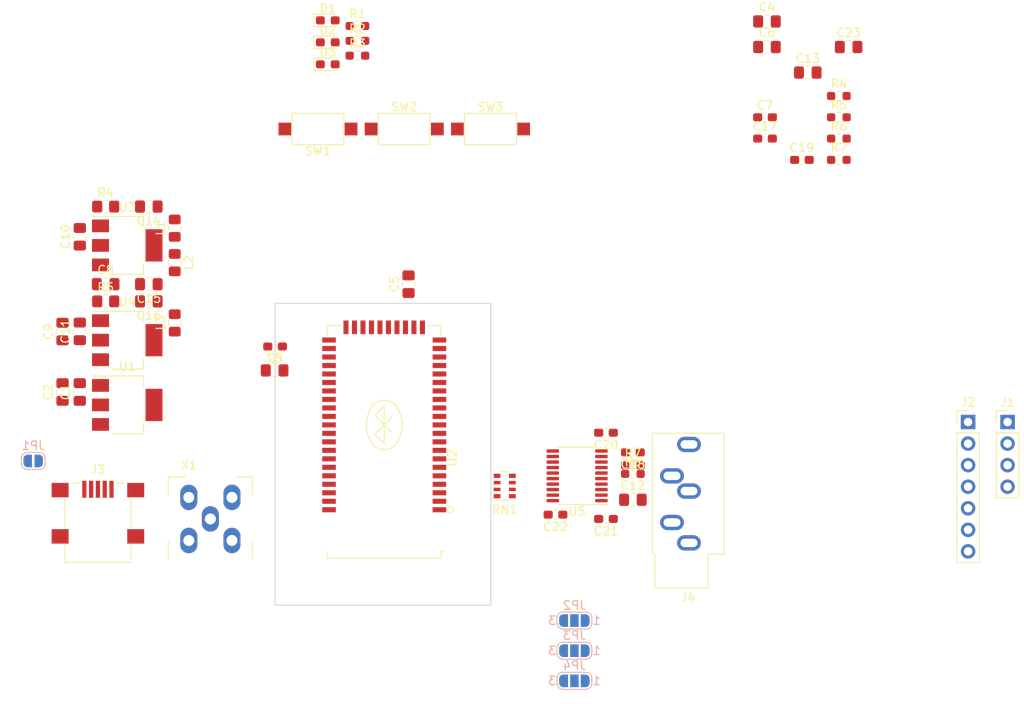
<source format=kicad_pcb>
(kicad_pcb (version 20221018) (generator pcbnew)
  (layers (0 "F.Cu" signal) (31 "B.Cu" signal) (34 "B.Paste" user) (35 "F.Paste" user) (36 "B.SilkS" user "B.Silkscreen") (37 "F.SilkS" user "F.Silkscreen") (38 "B.Mask" user) (39 "F.Mask" user) (44 "Edge.Cuts" user))
  (net 0 "")
  (net 1 "+3.3VP")
  (net 2 "GND")
  (net 3 "Net-(U2-VDD_USB{slash}3.3V_OUT)")
  (net 4 "/1.8V")
  (net 5 "/BT_3.3V")
  (net 6 "GNDD")
  (net 7 "+5VD")
  (net 8 "GNDA")
  (net 9 "Net-(U3-VO)")
  (net 10 "Net-(U4-VO)")
  (net 11 "Net-(U5-CAPP)")
  (net 12 "Net-(U5-CAPM)")
  (net 13 "Net-(U5-VNEG)")
  (net 14 "VDDA")
  (net 15 "VD")
  (net 16 "VDD")
  (net 17 "Net-(U5-LDOO)")
  (net 18 "/BT_mute")
  (net 19 "Net-(C18-Pad1)")
  (net 20 "Net-(D1-A)")
  (net 21 "Net-(D2-A)")
  (net 22 "Net-(D3-A)")
  (net 23 "/USB_DN")
  (net 24 "/USB_DP")
  (net 25 "Net-(C19-Pad1)")
  (net 29 "Net-(JP2-C)")
  (net 30 "Net-(JP3-C)")
  (net 31 "/BT_LED0")
  (net 32 "/BT_LED1")
  (net 33 "/BT_LED2")
  (net 34 "/LRCK")
  (net 35 "Net-(U5-LRCK)")
  (net 36 "/DIN")
  (net 37 "Net-(U5-DIN)")
  (net 38 "/BCK")
  (net 39 "Net-(U5-BCK)")
  (net 40 "/SCK")
  (net 41 "Net-(U5-SCK)")
  (net 42 "Net-(U5-OUTL)")
  (net 43 "Net-(U5-OUTR)")
  (net 44 "/BT_next")
  (net 45 "/BT_back")
  (net 49 "Net-(JP4-C)")
  (net 51 "/SPI_CSB")
  (net 52 "/SPI_MOSI")
  (net 53 "/SPI_MISO")
  (net 54 "BT_Tx")
  (net 55 "BT_RX")
  (net 56 "/SPI_CLK")
  (net 60 "/SPI_ENABLE")
  (net 65 "BT_CTRL")
  (net 66 "Net-(JP1-B)")
  (net 76 "Net-(U2-RF_OUT)")
  (net 77 "Net-(RN1-R1.1)")
  (net 78 "Net-(RN1-R2.1)")
  (net 79 "Net-(RN1-R3.1)")
  (net 80 "Net-(RN1-R4.1)")
  (footprint "Resistor_SMD:R_0603_1608Metric_Pad0.98x0.95mm_HandSolder" (layer "F.Cu") (at 204.085 84.44)
    (fp_text reference "R6" (at 0 -1.43) (layer "F.SilkS"))
    (fp_text value "22")
    (pad "1" smd roundrect (at -0.9125 0) (size 0.975 0.95) (layers "F.Cu" "F.Paste" "F.Mask") (net 38 "/BCK"))
    (pad "2" smd roundrect (at 0.9125 0) (size 0.975 0.95) (layers "F.Cu" "F.Paste" "F.Mask") (net 39 "Net-(U5-BCK)"))
  )
  (footprint "Resistor_SMD:R_0603_1608Metric_Pad0.98x0.95mm_HandSolder" (layer "F.Cu") (at 204.085 79.42)
    (fp_text reference "R4" (at 0 -1.43) (layer "F.SilkS"))
    (fp_text value "22")
    (pad "1" smd roundrect (at -0.9125 0) (size 0.975 0.95) (layers "F.Cu" "F.Paste" "F.Mask") (net 34 "/LRCK"))
    (pad "2" smd roundrect (at 0.9125 0) (size 0.975 0.95) (layers "F.Cu" "F.Paste" "F.Mask") (net 35 "Net-(U5-LRCK)"))
  )
  (footprint "Connector_PinHeader_2.54mm:PinHeader_1x04_P2.54mm_Vertical" (layer "F.Cu") (at 223.95 117.84)
    (fp_text reference "J1" (at 0 -2.33) (layer "F.SilkS"))
    (fp_text value "UART")
    (pad "1" thru_hole rect (at 0 0) (size 1.7 1.7) (drill 1) (layers "*.Cu" "*.Mask") (net 7 "+5VD"))
    (pad "2" thru_hole oval (at 0 2.54) (size 1.7 1.7) (drill 1) (layers "*.Cu" "*.Mask") (net 55 "BT_RX"))
    (pad "3" thru_hole oval (at 0 5.08) (size 1.7 1.7) (drill 1) (layers "*.Cu" "*.Mask") (net 54 "BT_Tx"))
    (pad "4" thru_hole oval (at 0 7.62) (size 1.7 1.7) (drill 1) (layers "*.Cu" "*.Mask") (net 2 "GND"))
  )
  (footprint "Connector_Audio:Jack_3.5mm_CUI_SJ1-3535NG_Horizontal" (layer "F.Cu") (at 186.436 132.08 180)
    (fp_text reference "J4" (at 0.1 -6.45) (layer "F.SilkS"))
    (fp_text value "line-out")
    (pad "R" thru_hole oval (at 2 7.9 180) (size 2.8 1.8) (drill oval 2 1) (layers "*.Cu" "*.Mask") (net 19 "Net-(C18-Pad1)"))
    (pad "RN" thru_hole oval (at 0 6.1 180) (size 2.8 1.8) (drill oval 2 1) (layers "*.Cu" "*.Mask"))
    (pad "S" thru_hole oval (at 0 0 180) (size 2.8 1.8) (drill oval 2 1) (layers "*.Cu" "*.Mask") (net 8 "GNDA"))
    (pad "T" thru_hole oval (at 2 2.4 180) (size 2.8 1.8) (drill oval 2 1) (layers "*.Cu" "*.Mask") (net 25 "Net-(C19-Pad1)"))
    (pad "TN" thru_hole oval (at 0 11.6 180) (size 2.8 1.8) (drill oval 2 1) (layers "*.Cu" "*.Mask"))
  )
  (footprint "Resistor_SMD:R_0603_1608Metric_Pad0.98x0.95mm_HandSolder" (layer "F.Cu") (at 147.3955 74.676)
    (fp_text reference "R3" (at 0 -1.43) (layer "F.SilkS"))
    (fp_text value "470")
    (pad "1" smd roundrect (at -0.9125 0) (size 0.975 0.95) (layers "F.Cu" "F.Paste" "F.Mask") (net 22 "Net-(D3-A)"))
    (pad "2" smd roundrect (at 0.9125 0) (size 0.975 0.95) (layers "F.Cu" "F.Paste" "F.Mask") (net 33 "/BT_LED2"))
  )
  (footprint "Resistor_SMD:R_0805_2012Metric_Pad1.20x1.40mm_HandSolder" (layer "F.Cu") (at 117.754 92.456)
    (fp_text reference "R4" (at 0 -1.65) (layer "F.SilkS"))
    (fp_text value "1")
    (pad "1" smd roundrect (at -1 0) (size 1.2 1.4) (layers "F.Cu" "F.Paste" "F.Mask") (roundrect_rratio 0.208333) (net 2 "GND"))
    (pad "2" smd roundrect (at 1 0) (size 1.2 1.4) (layers "F.Cu" "F.Paste" "F.Mask") (roundrect_rratio 0.208333) (net 8 "GNDA"))
  )
  (footprint "Capacitor_SMD:C_0805_2012Metric_Pad1.18x1.45mm_HandSolder" (layer "F.Cu") (at 122.834 92.456 180)
    (fp_text reference "C14" (at 0 -1.68) (layer "F.SilkS"))
    (fp_text value "10μF")
    (pad "1" smd roundrect (at -1.0375 0 180) (size 1.175 1.45) (layers "F.Cu" "F.Paste" "F.Mask") (roundrect_rratio 0.212766) (net 14 "VDDA"))
    (pad "2" smd roundrect (at 1.0375 0 180) (size 1.175 1.45) (layers "F.Cu" "F.Paste" "F.Mask") (roundrect_rratio 0.212766) (net 8 "GNDA"))
  )
  (footprint "Capacitor_SMD:C_0805_2012Metric_Pad1.18x1.45mm_HandSolder" (layer "F.Cu") (at 122.834 101.6 180)
    (fp_text reference "C15" (at 0 -1.68) (layer "F.SilkS"))
    (fp_text value "10μF")
    (pad "1" smd roundrect (at -1.0375 0 180) (size 1.175 1.45) (layers "F.Cu" "F.Paste" "F.Mask") (roundrect_rratio 0.212766) (net 15 "VD"))
    (pad "2" smd roundrect (at 1.0375 0 180) (size 1.175 1.45) (layers "F.Cu" "F.Paste" "F.Mask") (roundrect_rratio 0.212766) (net 8 "GNDA"))
  )
  (footprint "Capacitor_SMD:C_0805_2012Metric_Pad1.18x1.45mm_HandSolder" (layer "F.Cu") (at 205.235 73.65)
    (fp_text reference "C23" (at 0 -1.68) (layer "F.SilkS"))
    (fp_text value "2.2μF")
    (pad "1" smd roundrect (at -1.0375 0) (size 1.175 1.45) (layers "F.Cu" "F.Paste" "F.Mask") (roundrect_rratio 0.212766) (net 17 "Net-(U5-LDOO)"))
    (pad "2" smd roundrect (at 1.0375 0) (size 1.175 1.45) (layers "F.Cu" "F.Paste" "F.Mask") (roundrect_rratio 0.212766) (net 6 "GNDD"))
  )
  (footprint "LED_SMD:LED_0603_1608Metric_Pad1.05x0.95mm_HandSolder" (layer "F.Cu") (at 143.905 73.102)
    (fp_text reference "D2" (at 0 -1.43) (layer "F.SilkS"))
    (fp_text value "LED")
    (pad "1" smd roundrect (at -0.875 0) (size 1.05 0.95) (layers "F.Cu" "F.Paste" "F.Mask") (net 2 "GND"))
    (pad "2" smd roundrect (at 0.875 0) (size 1.05 0.95) (layers "F.Cu" "F.Paste" "F.Mask") (net 21 "Net-(D2-A)"))
  )
  (footprint "Bluetooth:FSC-BT1026x" (layer "F.Cu") (at 150.55 118.178 180)
    (fp_text reference "U2" (at -8 -5 90) (layer "F.SilkS") (effects (justify left)))
    (fp_text value "FSC-BT1026E")
    (pad "1" smd rect (at -6.5 -10 180) (size 1.6 0.6) (layers "F.Cu" "F.Paste" "F.Mask") (net 2 "GND"))
    (pad "2" smd rect (at -6.5 -9 180) (size 1.6 0.6) (layers "F.Cu" "F.Paste" "F.Mask"))
    (pad "3" smd rect (at -6.5 -8 180) (size 1.6 0.6) (layers "F.Cu" "F.Paste" "F.Mask"))
    (pad "4" smd rect (at -6.5 -7 180) (size 1.6 0.6) (layers "F.Cu" "F.Paste" "F.Mask") (net 38 "/BCK"))
    (pad "5" smd rect (at -6.5 -6 180) (size 1.6 0.6) (layers "F.Cu" "F.Paste" "F.Mask"))
    (pad "6" smd rect (at -6.5 -5 180) (size 1.6 0.6) (layers "F.Cu" "F.Paste" "F.Mask") (net 36 "/DIN"))
    (pad "7" smd rect (at -6.5 -4 180) (size 1.6 0.6) (layers "F.Cu" "F.Paste" "F.Mask") (net 34 "/LRCK"))
    (pad "8" smd rect (at -6.5 -3 180) (size 1.6 0.6) (layers "F.Cu" "F.Paste" "F.Mask"))
    (pad "9" smd rect (at -6.5 -2 180) (size 1.6 0.6) (layers "F.Cu" "F.Paste" "F.Mask") (net 51 "/SPI_CSB"))
    (pad "10" smd rect (at -6.5 -1 180) (size 1.6 0.6) (layers "F.Cu" "F.Paste" "F.Mask") (net 52 "/SPI_MOSI"))
    (pad "11" smd rect (at -6.5 0 180) (size 1.6 0.6) (layers "F.Cu" "F.Paste" "F.Mask") (net 53 "/SPI_MISO"))
    (pad "12" smd rect (at -6.5 1 180) (size 1.6 0.6) (layers "F.Cu" "F.Paste" "F.Mask") (net 56 "/SPI_CLK"))
    (pad "13" smd rect (at -6.5 2 180) (size 1.6 0.6) (layers "F.Cu" "F.Paste" "F.Mask") (net 54 "BT_Tx"))
    (pad "14" smd rect (at -6.5 3 180) (size 1.6 0.6) (layers "F.Cu" "F.Paste" "F.Mask") (net 55 "BT_RX"))
    (pad "15" smd rect (at -6.5 4 180) (size 1.6 0.6) (layers "F.Cu" "F.Paste" "F.Mask"))
    (pad "16" smd rect (at -6.5 5 180) (size 1.6 0.6) (layers "F.Cu" "F.Paste" "F.Mask") (net 18 "/BT_mute"))
    (pad "17" smd rect (at -6.5 6 180) (size 1.6 0.6) (layers "F.Cu" "F.Paste" "F.Mask") (net 31 "/BT_LED0"))
    (pad "18" smd rect (at -6.5 7 180) (size 1.6 0.6) (layers "F.Cu" "F.Paste" "F.Mask") (net 32 "/BT_LED1"))
    (pad "19" smd rect (at -6.5 8 180) (size 1.6 0.6) (layers "F.Cu" "F.Paste" "F.Mask") (net 33 "/BT_LED2"))
    (pad "20" smd rect (at -6.5 9 180) (size 1.6 0.6) (layers "F.Cu" "F.Paste" "F.Mask"))
    (pad "21" smd rect (at -6.5 10 180) (size 1.6 0.6) (layers "F.Cu" "F.Paste" "F.Mask"))
    (pad "22" smd rect (at -4.5 11.5 270) (size 1.6 0.6) (layers "F.Cu" "F.Paste" "F.Mask") (net 2 "GND"))
    (pad "23" smd rect (at -3.5 11.5 270) (size 1.6 0.6) (layers "F.Cu" "F.Paste" "F.Mask") (net 60 "/SPI_ENABLE"))
    (pad "24" smd rect (at -2.5 11.5 270) (size 1.6 0.6) (layers "F.Cu" "F.Paste" "F.Mask"))
    (pad "25" smd rect (at -1.5 11.5 270) (size 1.6 0.6) (layers "F.Cu" "F.Paste" "F.Mask"))
    (pad "26" smd rect (at -0.5 11.5 270) (size 1.6 0.6) (layers "F.Cu" "F.Paste" "F.Mask"))
    (pad "27" smd rect (at 0.5 11.5 270) (size 1.6 0.6) (layers "F.Cu" "F.Paste" "F.Mask") (net 44 "/BT_next"))
    (pad "28" smd rect (at 1.5 11.5 270) (size 1.6 0.6) (layers "F.Cu" "F.Paste" "F.Mask") (net 45 "/BT_back"))
    (pad "29" smd rect (at 2.5 11.5 270) (size 1.6 0.6) (layers "F.Cu" "F.Paste" "F.Mask"))
    (pad "30" smd rect (at 3.5 11.5 270) (size 1.6 0.6) (layers "F.Cu" "F.Paste" "F.Mask"))
    (pad "31" smd rect (at 4.5 11.5 270) (size 1.6 0.6) (layers "F.Cu" "F.Paste" "F.Mask") (net 5 "/BT_3.3V"))
    (pad "32" smd rect (at 6.5 10) (size 1.6 0.6) (layers "F.Cu" "F.Paste" "F.Mask") (net 2 "GND"))
    (pad "33" smd rect (at 6.5 9) (size 1.6 0.6) (layers "F.Cu" "F.Paste" "F.Mask") (net 1 "+3.3VP"))
    (pad "34" smd rect (at 6.5 8) (size 1.6 0.6) (layers "F.Cu" "F.Paste" "F.Mask") (net 65 "BT_CTRL"))
    (pad "35" smd rect (at 6.5 7) (size 1.6 0.6) (layers "F.Cu" "F.Paste" "F.Mask") (net 4 "/1.8V"))
    (pad "36" smd rect (at 6.5 6) (size 1.6 0.6) (layers "F.Cu" "F.Paste" "F.Mask") (net 5 "/BT_3.3V"))
    (pad "37" smd rect (at 6.5 5) (size 1.6 0.6) (layers "F.Cu" "F.Paste" "F.Mask") (net 24 "/USB_DP"))
    (pad "38" smd rect (at 6.5 4) (size 1.6 0.6) (layers "F.Cu" "F.Paste" "F.Mask") (net 23 "/USB_DN"))
    (pad "39" smd rect (at 6.5 3) (size 1.6 0.6) (layers "F.Cu" "F.Paste" "F.Mask") (net 66 "Net-(JP1-B)"))
    (pad "40" smd rect (at 6.5 2) (size 1.6 0.6) (layers "F.Cu" "F.Paste" "F.Mask"))
    (pad "41" smd rect (at 6.5 1) (size 1.6 0.6) (layers "F.Cu" "F.Paste" "F.Mask"))
    (pad "42" smd rect (at 6.5 0) (size 1.6 0.6) (layers "F.Cu" "F.Paste" "F.Mask"))
    (pad "43" smd rect (at 6.5 -1) (size 1.6 0.6) (layers "F.Cu" "F.Paste" "F.Mask"))
    (pad "44" smd rect (at 6.5 -2) (size 1.6 0.6) (layers "F.Cu" "F.Paste" "F.Mask"))
    (pad "45" smd rect (at 6.5 -3) (size 1.6 0.6) (layers "F.Cu" "F.Paste" "F.Mask"))
    (pad "46" smd rect (at 6.5 -4) (size 1.6 0.6) (layers "F.Cu" "F.Paste" "F.Mask"))
    (pad "47" smd rect (at 6.5 -5) (size 1.6 0.6) (layers "F.Cu" "F.Paste" "F.Mask"))
    (pad "48" smd rect (at 6.5 -6) (size 1.6 0.6) (layers "F.Cu" "F.Paste" "F.Mask"))
    (pad "49" smd rect (at 6.5 -7) (size 1.6 0.6) (layers "F.Cu" "F.Paste" "F.Mask"))
    (pad "50" smd rect (at 6.5 -8) (size 1.6 0.6) (layers "F.Cu" "F.Paste" "F.Mask") (net 2 "GND"))
    (pad "51" smd rect (at 6.5 -9) (size 1.6 0.6) (layers "F.Cu" "F.Paste" "F.Mask") (net 76 "Net-(U2-RF_OUT)"))
    (pad "52" smd rect (at 6.5 -10) (size 1.6 0.6) (layers "F.Cu" "F.Paste" "F.Mask") (net 2 "GND"))
  )
  (footprint "Capacitor_SMD:C_0805_2012Metric_Pad1.18x1.45mm_HandSolder" (layer "F.Cu") (at 179.832 127)
    (fp_text reference "C12" (at 0 -1.68) (layer "F.SilkS"))
    (fp_text value "2.2μF")
    (pad "1" smd roundrect (at -1.0375 0) (size 1.175 1.45) (layers "F.Cu" "F.Paste" "F.Mask") (roundrect_rratio 0.212766) (net 11 "Net-(U5-CAPP)"))
    (pad "2" smd roundrect (at 1.0375 0) (size 1.175 1.45) (layers "F.Cu" "F.Paste" "F.Mask") (roundrect_rratio 0.212766) (net 12 "Net-(U5-CAPM)"))
  )
  (footprint "Capacitor_SMD:C_0805_2012Metric_Pad1.18x1.45mm_HandSolder" (layer "F.Cu") (at 195.615 73.65)
    (fp_text reference "C6" (at 0 -1.68) (layer "F.SilkS"))
    (fp_text value "2.2μF")
    (pad "1" smd roundrect (at -1.0375 0) (size 1.175 1.45) (layers "F.Cu" "F.Paste" "F.Mask") (roundrect_rratio 0.212766) (net 5 "/BT_3.3V"))
    (pad "2" smd roundrect (at 1.0375 0) (size 1.175 1.45) (layers "F.Cu" "F.Paste" "F.Mask") (roundrect_rratio 0.212766) (net 2 "GND"))
  )
  (footprint "Capacitor_SMD:C_0603_1608Metric_Pad1.08x0.95mm_HandSolder" (layer "F.Cu") (at 176.6625 129.26 180)
    (fp_text reference "C21" (at 0 -1.43) (layer "F.SilkS"))
    (fp_text value "100nF")
    (pad "1" smd roundrect (at -0.8625 0 180) (size 1.075 0.95) (layers "F.Cu" "F.Paste" "F.Mask") (net 15 "VD"))
    (pad "2" smd roundrect (at 0.8625 0 180) (size 1.075 0.95) (layers "F.Cu" "F.Paste" "F.Mask") (net 8 "GNDA"))
  )
  (footprint "Capacitor_SMD:C_0603_1608Metric_Pad1.08x0.95mm_HandSolder" (layer "F.Cu") (at 179.832 121.412 180)
    (fp_text reference "C18" (at 0 -1.43) (layer "F.SilkS"))
    (fp_text value "2.2nF")
    (pad "1" smd roundrect (at -0.8625 0 180) (size 1.075 0.95) (layers "F.Cu" "F.Paste" "F.Mask") (net 19 "Net-(C18-Pad1)"))
    (pad "2" smd roundrect (at 0.8625 0 180) (size 1.075 0.95) (layers "F.Cu" "F.Paste" "F.Mask") (net 8 "GNDA"))
  )
  (footprint "Inductor_SMD:L_0805_2012Metric_Pad1.15x1.40mm_HandSolder" (layer "F.Cu") (at 125.882 99.06 -90)
    (fp_text reference "L2" (at 0 -1.65 90) (layer "F.SilkS"))
    (fp_text value "1μH")
    (pad "1" smd roundrect (at -1.025 0 270) (size 1.15 1.4) (layers "F.Cu" "F.Paste" "F.Mask") (roundrect_rratio 0.217391) (net 9 "Net-(U3-VO)"))
    (pad "2" smd roundrect (at 1.025 0 270) (size 1.15 1.4) (layers "F.Cu" "F.Paste" "F.Mask") (roundrect_rratio 0.217391) (net 15 "VD"))
  )
  (footprint "Capacitor_SMD:C_0805_2012Metric_Pad1.18x1.45mm_HandSolder" (layer "F.Cu") (at 114.706 114.3 90)
    (fp_text reference "C1" (at 0 -1.68 90) (layer "F.SilkS"))
    (fp_text value "10μF")
    (pad "1" smd roundrect (at -1.0375 0 90) (size 1.175 1.45) (layers "F.Cu" "F.Paste" "F.Mask") (roundrect_rratio 0.212766) (net 1 "+3.3VP"))
    (pad "2" smd roundrect (at 1.0375 0 90) (size 1.175 1.45) (layers "F.Cu" "F.Paste" "F.Mask") (roundrect_rratio 0.212766) (net 2 "GND"))
  )
  (footprint "LED_SMD:LED_0603_1608Metric_Pad1.05x0.95mm_HandSolder" (layer "F.Cu") (at 143.905 70.512)
    (fp_text reference "D1" (at 0 -1.43) (layer "F.SilkS"))
    (fp_text value "LED")
    (pad "1" smd roundrect (at -0.875 0) (size 1.05 0.95) (layers "F.Cu" "F.Paste" "F.Mask") (net 2 "GND"))
    (pad "2" smd roundrect (at 0.875 0) (size 1.05 0.95) (layers "F.Cu" "F.Paste" "F.Mask") (net 20 "Net-(D1-A)"))
  )
  (footprint "Capacitor_SMD:C_0603_1608Metric_Pad1.08x0.95mm_HandSolder" (layer "F.Cu") (at 195.385 84.44)
    (fp_text reference "C17" (at 0 -1.43) (layer "F.SilkS"))
    (fp_text value "100nF")
    (pad "1" smd roundrect (at -0.8625 0) (size 1.075 0.95) (layers "F.Cu" "F.Paste" "F.Mask") (net 17 "Net-(U5-LDOO)"))
    (pad "2" smd roundrect (at 0.8625 0) (size 1.075 0.95) (layers "F.Cu" "F.Paste" "F.Mask") (net 6 "GNDD"))
  )
  (footprint "Capacitor_SMD:C_0805_2012Metric_Pad1.18x1.45mm_HandSolder" (layer "F.Cu") (at 112.674 114.3 90)
    (fp_text reference "C2" (at 0 -1.68 90) (layer "F.SilkS"))
    (fp_text value "10μF")
    (pad "1" smd roundrect (at -1.0375 0 90) (size 1.175 1.45) (layers "F.Cu" "F.Paste" "F.Mask") (roundrect_rratio 0.212766) (net 1 "+3.3VP"))
    (pad "2" smd roundrect (at 1.0375 0 90) (size 1.175 1.45) (layers "F.Cu" "F.Paste" "F.Mask") (roundrect_rratio 0.212766) (net 2 "GND"))
  )
  (footprint "Capacitor_SMD:C_0805_2012Metric_Pad1.18x1.45mm_HandSolder" (layer "F.Cu") (at 153.416 101.6 90)
    (fp_text reference "C5" (at 0 -1.68 90) (layer "F.SilkS"))
    (fp_text value "2.2μF")
    (pad "1" smd roundrect (at -1.0375 0 90) (size 1.175 1.45) (layers "F.Cu" "F.Paste" "F.Mask") (roundrect_rratio 0.212766) (net 5 "/BT_3.3V"))
    (pad "2" smd roundrect (at 1.0375 0 90) (size 1.175 1.45) (layers "F.Cu" "F.Paste" "F.Mask") (roundrect_rratio 0.212766) (net 2 "GND"))
  )
  (footprint "Resistor_SMD:R_0603_1608Metric_Pad0.98x0.95mm_HandSolder" (layer "F.Cu") (at 147.3955 71.176)
    (fp_text reference "R1" (at 0 -1.43) (layer "F.SilkS"))
    (fp_text value "470")
    (pad "1" smd roundrect (at -0.9125 0) (size 0.975 0.95) (layers "F.Cu" "F.Paste" "F.Mask") (net 20 "Net-(D1-A)"))
    (pad "2" smd roundrect (at 0.9125 0) (size 0.975 0.95) (layers "F.Cu" "F.Paste" "F.Mask") (net 31 "/BT_LED0"))
  )
  (footprint "Resistor_SMD:R_0603_1608Metric_Pad0.98x0.95mm_HandSolder" (layer "F.Cu") (at 179.832 122.936)
    (fp_text reference "R7" (at 0 -1.43) (layer "F.SilkS"))
    (fp_text value "470")
    (pad "1" smd roundrect (at -0.9125 0) (size 0.975 0.95) (layers "F.Cu" "F.Paste" "F.Mask") (net 43 "Net-(U5-OUTR)"))
    (pad "2" smd roundrect (at 0.9125 0) (size 0.975 0.95) (layers "F.Cu" "F.Paste" "F.Mask") (net 19 "Net-(C18-Pad1)"))
  )
  (footprint "Package_TO_SOT_SMD:SOT-223-3_TabPin2" (layer "F.Cu") (at 120.294 97.028)
    (fp_text reference "U3" (at 0 -4.5) (layer "F.SilkS"))
    (fp_text value "ADP3339")
    (pad "1" smd rect (at -3.15 -2.3) (size 2 1.5) (layers "F.Cu" "F.Paste" "F.Mask") (net 8 "GNDA"))
    (pad "2" smd rect (at -3.15 0) (size 2 1.5) (layers "F.Cu" "F.Paste" "F.Mask") (net 9 "Net-(U3-VO)"))
    (pad "2" smd rect (at 3.15 0) (size 2 3.8) (layers "F.Cu" "F.Paste" "F.Mask") (net 9 "Net-(U3-VO)"))
    (pad "3" smd rect (at -3.15 2.3) (size 2 1.5) (layers "F.Cu" "F.Paste" "F.Mask") (net 7 "+5VD"))
  )
  (footprint "Package_SO:TSSOP-20_4.4x6.5mm_P0.65mm" (layer "F.Cu") (at 173.26 124.18 180)
    (fp_text reference "U5" (at 0 -4.2) (layer "F.SilkS"))
    (fp_text value "PCM5102")
    (pad "1" smd roundrect (at -2.8625 -2.925 180) (size 1.475 0.4) (layers "F.Cu" "F.Paste" "F.Mask") (net 15 "VD"))
    (pad "2" smd roundrect (at -2.8625 -2.275 180) (size 1.475 0.4) (layers "F.Cu" "F.Paste" "F.Mask") (net 11 "Net-(U5-CAPP)"))
    (pad "3" smd roundrect (at -2.8625 -1.625 180) (size 1.475 0.4) (layers "F.Cu" "F.Paste" "F.Mask") (net 8 "GNDA"))
    (pad "4" smd roundrect (at -2.8625 -0.975 180) (size 1.475 0.4) (layers "F.Cu" "F.Paste" "F.Mask") (net 12 "Net-(U5-CAPM)"))
    (pad "5" smd roundrect (at -2.8625 -0.325 180) (size 1.475 0.4) (layers "F.Cu" "F.Paste" "F.Mask") (net 13 "Net-(U5-VNEG)"))
    (pad "6" smd roundrect (at -2.8625 0.325 180) (size 1.475 0.4) (layers "F.Cu" "F.Paste" "F.Mask") (net 42 "Net-(U5-OUTL)"))
    (pad "7" smd roundrect (at -2.8625 0.975 180) (size 1.475 0.4) (layers "F.Cu" "F.Paste" "F.Mask") (net 43 "Net-(U5-OUTR)"))
    (pad "8" smd roundrect (at -2.8625 1.625 180) (size 1.475 0.4) (layers "F.Cu" "F.Paste" "F.Mask") (net 14 "VDDA"))
    (pad "9" smd roundrect (at -2.8625 2.275 180) (size 1.475 0.4) (layers "F.Cu" "F.Paste" "F.Mask") (net 8 "GNDA"))
    (pad "10" smd roundrect (at -2.8625 2.925 180) (size 1.475 0.4) (layers "F.Cu" "F.Paste" "F.Mask") (net 30 "Net-(JP3-C)"))
    (pad "11" smd roundrect (at 2.8625 2.925 180) (size 1.475 0.4) (layers "F.Cu" "F.Paste" "F.Mask") (net 29 "Net-(JP2-C)"))
    (pad "12" smd roundrect (at 2.8625 2.275 180) (size 1.475 0.4) (layers "F.Cu" "F.Paste" "F.Mask") (net 77 "Net-(RN1-R1.1)"))
    (pad "13" smd roundrect (at 2.8625 1.625 180) (size 1.475 0.4) (layers "F.Cu" "F.Paste" "F.Mask") (net 78 "Net-(RN1-R2.1)"))
    (pad "14" smd roundrect (at 2.8625 0.975 180) (size 1.475 0.4) (layers "F.Cu" "F.Paste" "F.Mask") (net 79 "Net-(RN1-R3.1)"))
    (pad "15" smd roundrect (at 2.8625 0.325 180) (size 1.475 0.4) (layers "F.Cu" "F.Paste" "F.Mask") (net 80 "Net-(RN1-R4.1)"))
    (pad "16" smd roundrect (at 2.8625 -0.325 180) (size 1.475 0.4) (layers "F.Cu" "F.Paste" "F.Mask") (net 49 "Net-(JP4-C)"))
    (pad "17" smd roundrect (at 2.8625 -0.975 180) (size 1.475 0.4) (layers "F.Cu" "F.Paste" "F.Mask") (net 18 "/BT_mute"))
    (pad "18" smd roundrect (at 2.8625 -1.625 180) (size 1.475 0.4) (layers "F.Cu" "F.Paste" "F.Mask") (net 17 "Net-(U5-LDOO)"))
    (pad "19" smd roundrect (at 2.8625 -2.275 180) (size 1.475 0.4) (layers "F.Cu" "F.Paste" "F.Mask") (net 6 "GNDD"))
    (pad "20" smd roundrect (at 2.8625 -2.925 180) (size 1.475 0.4) (layers "F.Cu" "F.Paste" "F.Mask") (net 16 "VDD"))
  )
  (footprint "Capacitor_SMD:C_0805_2012Metric_Pad1.18x1.45mm_HandSolder" (layer "F.Cu") (at 122.834 103.623 180)
    (fp_text reference "C16" (at 0 -1.68) (layer "F.SilkS"))
    (fp_text value "10μF")
    (pad "1" smd roundrect (at -1.0375 0 180) (size 1.175 1.45) (layers "F.Cu" "F.Paste" "F.Mask") (roundrect_rratio 0.212766) (net 16 "VDD"))
    (pad "2" smd roundrect (at 1.0375 0 180) (size 1.175 1.45) (layers "F.Cu" "F.Paste" "F.Mask") (roundrect_rratio 0.212766) (net 6 "GNDD"))
  )
  (footprint "Resistor_SMD:R_0603_1608Metric_Pad0.98x0.95mm_HandSolder" (layer "F.Cu") (at 204.085 86.95)
    (fp_text reference "R7" (at 0 -1.43) (layer "F.SilkS"))
    (fp_text value "22")
    (pad "1" smd roundrect (at -0.9125 0) (size 0.975 0.95) (layers "F.Cu" "F.Paste" "F.Mask") (net 40 "/SCK"))
    (pad "2" smd roundrect (at 0.9125 0) (size 0.975 0.95) (layers "F.Cu" "F.Paste" "F.Mask") (net 41 "Net-(U5-SCK)"))
  )
  (footprint "Capacitor_SMD:C_0603_1608Metric_Pad1.08x0.95mm_HandSolder" (layer "F.Cu") (at 137.7 108.94 180)
    (fp_text reference "C3" (at 0 -1.43) (layer "F.SilkS"))
    (fp_text value "100nF")
    (pad "1" smd roundrect (at -0.8625 0 180) (size 1.075 0.95) (layers "F.Cu" "F.Paste" "F.Mask") (net 1 "+3.3VP"))
    (pad "2" smd roundrect (at 0.8625 0 180) (size 1.075 0.95) (layers "F.Cu" "F.Paste" "F.Mask") (net 2 "GND"))
  )
  (footprint "Capacitor_SMD:C_0603_1608Metric_Pad1.08x0.95mm_HandSolder" (layer "F.Cu") (at 199.735 86.95)
    (fp_text reference "C19" (at 0 -1.43) (layer "F.SilkS"))
    (fp_text value "2.2nF")
    (pad "1" smd roundrect (at -0.8625 0) (size 1.075 0.95) (layers "F.Cu" "F.Paste" "F.Mask") (net 25 "Net-(C19-Pad1)"))
    (pad "2" smd roundrect (at 0.8625 0) (size 1.075 0.95) (layers "F.Cu" "F.Paste" "F.Mask") (net 8 "GNDA"))
  )
  (footprint "Button_Switch_SMD:SW_SPST_CK_RS282G05A3" (layer "F.Cu") (at 152.908 83.312)
    (fp_text reference "SW2" (at 0 -2.6) (layer "F.SilkS"))
    (fp_text value "back")
    (pad "1" smd rect (at -3.9 0) (size 1.5 1.5) (layers "F.Cu" "F.Paste" "F.Mask") (net 1 "+3.3VP"))
    (pad "2" smd rect (at 3.9 0) (size 1.5 1.5) (layers "F.Cu" "F.Paste" "F.Mask") (net 45 "/BT_back"))
  )
  (footprint "Capacitor_SMD:C_0805_2012Metric_Pad1.18x1.45mm_HandSolder" (layer "F.Cu") (at 114.706 107.1575 90)
    (fp_text reference "C11" (at 0 -1.68 90) (layer "F.SilkS"))
    (fp_text value "2.2μF")
    (pad "1" smd roundrect (at -1.0375 0 90) (size 1.175 1.45) (layers "F.Cu" "F.Paste" "F.Mask") (roundrect_rratio 0.212766) (net 10 "Net-(U4-VO)"))
    (pad "2" smd roundrect (at 1.0375 0 90) (size 1.175 1.45) (layers "F.Cu" "F.Paste" "F.Mask") (roundrect_rratio 0.212766) (net 6 "GNDD"))
  )
  (footprint "Inductor_SMD:L_0805_2012Metric_Pad1.15x1.40mm_HandSolder" (layer "F.Cu") (at 125.882 106.163 90)
    (fp_text reference "L3" (at 0 -1.65 90) (layer "F.SilkS"))
    (fp_text value "1μH")
    (pad "1" smd roundrect (at -1.025 0 90) (size 1.15 1.4) (layers "F.Cu" "F.Paste" "F.Mask") (roundrect_rratio 0.217391) (net 10 "Net-(U4-VO)"))
    (pad "2" smd roundrect (at 1.025 0 90) (size 1.15 1.4) (layers "F.Cu" "F.Paste" "F.Mask") (roundrect_rratio 0.217391) (net 16 "VDD"))
  )
  (footprint "Capacitor_SMD:C_0805_2012Metric_Pad1.18x1.45mm_HandSolder" (layer "F.Cu") (at 112.674 107.179 90)
    (fp_text reference "C9" (at 0 -1.68 90) (layer "F.SilkS"))
    (fp_text value "2.2μF")
    (pad "1" smd roundrect (at -1.0375 0 90) (size 1.175 1.45) (layers "F.Cu" "F.Paste" "F.Mask") (roundrect_rratio 0.212766) (net 7 "+5VD"))
    (pad "2" smd roundrect (at 1.0375 0 90) (size 1.175 1.45) (layers "F.Cu" "F.Paste" "F.Mask") (roundrect_rratio 0.212766) (net 6 "GNDD"))
  )
  (footprint "Resistor_SMD:R_0603_1608Metric_Pad0.98x0.95mm_HandSolder" (layer "F.Cu") (at 204.085 81.93)
    (fp_text reference "R5" (at 0 -1.43) (layer "F.SilkS"))
    (fp_text value "22")
    (pad "1" smd roundrect (at -0.9125 0) (size 0.975 0.95) (layers "F.Cu" "F.Paste" "F.Mask") (net 36 "/DIN"))
    (pad "2" smd roundrect (at 0.9125 0) (size 0.975 0.95) (layers "F.Cu" "F.Paste" "F.Mask") (net 37 "Net-(U5-DIN)"))
  )
  (footprint "Resistor_SMD:R_0805_2012Metric_Pad1.20x1.40mm_HandSolder" (layer "F.Cu") (at 117.754 103.623)
    (fp_text reference "R5" (at 0 -1.65) (layer "F.SilkS"))
    (fp_text value "1")
    (pad "1" smd roundrect (at -1 0) (size 1.2 1.4) (layers "F.Cu" "F.Paste" "F.Mask") (roundrect_rratio 0.208333) (net 2 "GND"))
    (pad "2" smd roundrect (at 1 0) (size 1.2 1.4) (layers "F.Cu" "F.Paste" "F.Mask") (roundrect_rratio 0.208333) (net 6 "GNDD"))
  )
  (footprint "Capacitor_SMD:C_0805_2012Metric_Pad1.18x1.45mm_HandSolder" (layer "F.Cu") (at 200.425 76.66)
    (fp_text reference "C13" (at 0 -1.68) (layer "F.SilkS"))
    (fp_text value "2.2μF")
    (pad "1" smd roundrect (at -1.0375 0) (size 1.175 1.45) (layers "F.Cu" "F.Paste" "F.Mask") (roundrect_rratio 0.212766) (net 13 "Net-(U5-VNEG)"))
    (pad "2" smd roundrect (at 1.0375 0) (size 1.175 1.45) (layers "F.Cu" "F.Paste" "F.Mask") (roundrect_rratio 0.212766) (net 8 "GNDA"))
  )
  (footprint "Capacitor_SMD:C_0603_1608Metric_Pad1.08x0.95mm_HandSolder" (layer "F.Cu") (at 170.72 128.752 180)
    (fp_text reference "C22" (at 0 -1.43) (layer "F.SilkS"))
    (fp_text value "100nF")
    (pad "1" smd roundrect (at -0.8625 0 180) (size 1.075 0.95) (layers "F.Cu" "F.Paste" "F.Mask") (net 16 "VDD"))
    (pad "2" smd roundrect (at 0.8625 0 180) (size 1.075 0.95) (layers "F.Cu" "F.Paste" "F.Mask") (net 6 "GNDD"))
  )
  (footprint "Connector_USB:USB_Mini-B_Lumberg_2486_01_Horizontal" (layer "F.Cu") (at 116.84 128.465)
    (fp_text reference "J3" (at 0 -5) (layer "F.SilkS"))
    (fp_text value "USB_B_Mini")
    (pad "" np_thru_hole circle (at -2.2 0) (size 1 1) (drill 1) (layers "*.Cu" "*.Mask"))
    (pad "" np_thru_hole circle (at 2.2 0) (size 1 1) (drill 1) (layers "*.Cu" "*.Mask"))
    (pad "1" smd rect (at -1.6 -2.7) (size 0.5 2) (layers "F.Cu" "F.Paste" "F.Mask") (net 7 "+5VD"))
    (pad "2" smd rect (at -0.8 -2.7) (size 0.5 2) (layers "F.Cu" "F.Paste" "F.Mask") (net 23 "/USB_DN"))
    (pad "3" smd rect (at 0 -2.7) (size 0.5 2) (layers "F.Cu" "F.Paste" "F.Mask") (net 24 "/USB_DP"))
    (pad "4" smd rect (at 0.8 -2.7) (size 0.5 2) (layers "F.Cu" "F.Paste" "F.Mask"))
    (pad "5" smd rect (at 1.6 -2.7) (size 0.5 2) (layers "F.Cu" "F.Paste" "F.Mask") (net 2 "GND"))
    (pad "6" smd rect (at -4.45 -2.6) (size 2 1.7) (layers "F.Cu" "F.Paste" "F.Mask") (net 2 "GND"))
    (pad "6" smd rect (at -4.45 2.85) (size 2 1.7) (layers "F.Cu" "F.Paste" "F.Mask") (net 2 "GND"))
    (pad "6" smd rect (at 4.45 -2.6) (size 2 1.7) (layers "F.Cu" "F.Paste" "F.Mask") (net 2 "GND"))
    (pad "6" smd rect (at 4.45 2.85) (size 2 1.7) (layers "F.Cu" "F.Paste" "F.Mask") (net 2 "GND"))
  )
  (footprint "Button_Switch_SMD:SW_SPST_CK_RS282G05A3" (layer "F.Cu") (at 163.068 83.312)
    (fp_text reference "SW3" (at 0 -2.6) (layer "F.SilkS"))
    (fp_text value "Play/Power")
    (pad "1" smd rect (at -3.9 0) (size 1.5 1.5) (layers "F.Cu" "F.Paste" "F.Mask") (net 1 "+3.3VP"))
    (pad "2" smd rect (at 3.9 0) (size 1.5 1.5) (layers "F.Cu" "F.Paste" "F.Mask") (net 65 "BT_CTRL"))
  )
  (footprint "Capacitor_SMD:C_0805_2012Metric_Pad1.18x1.45mm_HandSolder" (layer "F.Cu") (at 137.6465 111.76)
    (fp_text reference "C4" (at 0 -1.68) (layer "F.SilkS"))
    (fp_text value "2.2μF")
    (pad "1" smd roundrect (at -1.0375 0) (size 1.175 1.45) (layers "F.Cu" "F.Paste" "F.Mask") (roundrect_rratio 0.212766) (net 4 "/1.8V"))
    (pad "2" smd roundrect (at 1.0375 0) (size 1.175 1.45) (layers "F.Cu" "F.Paste" "F.Mask") (roundrect_rratio 0.212766) (net 2 "GND"))
  )
  (footprint "Capacitor_SMD:C_0603_1608Metric_Pad1.08x0.95mm_HandSolder" (layer "F.Cu") (at 195.385 81.93)
    (fp_text reference "C7" (at 0 -1.43) (layer "F.SilkS"))
    (fp_text value "100nF")
    (pad "1" smd roundrect (at -0.8625 0) (size 1.075 0.95) (layers "F.Cu" "F.Paste" "F.Mask") (net 18 "/BT_mute"))
    (pad "2" smd roundrect (at 0.8625 0) (size 1.075 0.95) (layers "F.Cu" "F.Paste" "F.Mask") (net 6 "GNDD"))
  )
  (footprint "Capacitor_SMD:C_0603_1608Metric_Pad1.08x0.95mm_HandSolder" (layer "F.Cu") (at 176.6625 119.1 180)
    (fp_text reference "C20" (at 0 -1.43) (layer "F.SilkS"))
    (fp_text value "100nF")
    (pad "1" smd roundrect (at -0.8625 0 180) (size 1.075 0.95) (layers "F.Cu" "F.Paste" "F.Mask") (net 14 "VDDA"))
    (pad "2" smd roundrect (at 0.8625 0 180) (size 1.075 0.95) (layers "F.Cu" "F.Paste" "F.Mask") (net 8 "GNDA"))
  )
  (footprint "Button_Switch_SMD:SW_SPST_CK_RS282G05A3" (layer "F.Cu") (at 142.748 83.312 180)
    (fp_text reference "SW1" (at 0 -2.6) (layer "F.SilkS"))
    (fp_text value "next")
    (pad "1" smd rect (at -3.9 0 180) (size 1.5 1.5) (layers "F.Cu" "F.Paste" "F.Mask") (net 1 "+3.3VP"))
    (pad "2" smd rect (at 3.9 0 180) (size 1.5 1.5) (layers "F.Cu" "F.Paste" "F.Mask") (net 44 "/BT_next"))
  )
  (footprint "Capacitor_SMD:C_0805_2012Metric_Pad1.18x1.45mm_HandSolder" (layer "F.Cu") (at 195.615 70.64)
    (fp_text reference "C4" (at 0 -1.68) (layer "F.SilkS"))
    (fp_text value "2.2μF")
    (pad "1" smd roundrect (at -1.0375 0) (size 1.175 1.45) (layers "F.Cu" "F.Paste" "F.Mask") (roundrect_rratio 0.212766) (net 2 "GND"))
    (pad "2" smd roundrect (at 1.0375 0) (size 1.175 1.45) (layers "F.Cu" "F.Paste" "F.Mask") (roundrect_rratio 0.212766) (net 3 "Net-(U2-VDD_USB{slash}3.3V_OUT)"))
  )
  (footprint "Resistor_SMD:R_0603_1608Metric_Pad0.98x0.95mm_HandSolder" (layer "F.Cu") (at 147.3955 72.926)
    (fp_text reference "R2" (at 0 -1.43) (layer "F.SilkS"))
    (fp_text value "470")
    (pad "1" smd roundrect (at -0.9125 0) (size 0.975 0.95) (layers "F.Cu" "F.Paste" "F.Mask") (net 21 "Net-(D2-A)"))
    (pad "2" smd roundrect (at 0.9125 0) (size 0.975 0.95) (layers "F.Cu" "F.Paste" "F.Mask") (net 32 "/BT_LED1"))
  )
  (footprint "Package_TO_SOT_SMD:SOT-223-3_TabPin2" (layer "F.Cu") (at 120.294 108.195)
    (fp_text reference "U4" (at 0 -4.5) (layer "F.SilkS"))
    (fp_text value "ADP3339")
    (pad "1" smd rect (at -3.15 -2.3) (size 2 1.5) (layers "F.Cu" "F.Paste" "F.Mask") (net 6 "GNDD"))
    (pad "2" smd rect (at -3.15 0) (size 2 1.5) (layers "F.Cu" "F.Paste" "F.Mask") (net 10 "Net-(U4-VO)"))
    (pad "2" smd rect (at 3.15 0) (size 2 3.8) (layers "F.Cu" "F.Paste" "F.Mask") (net 10 "Net-(U4-VO)"))
    (pad "3" smd rect (at -3.15 2.3) (size 2 1.5) (layers "F.Cu" "F.Paste" "F.Mask") (net 7 "+5VD"))
  )
  (footprint "Connector_PinHeader_2.54mm:PinHeader_1x07_P2.54mm_Vertical" (layer "F.Cu") (at 219.3 117.84)
    (fp_text reference "J2" (at 0 -2.33) (layer "F.SilkS"))
    (fp_text value "SPI")
    (pad "1" thru_hole rect (at 0 0) (size 1.7 1.7) (drill 1) (layers "*.Cu" "*.Mask") (net 2 "GND"))
    (pad "2" thru_hole oval (at 0 2.54) (size 1.7 1.7) (drill 1) (layers "*.Cu" "*.Mask") (net 1 "+3.3VP"))
    (pad "3" thru_hole oval (at 0 5.08) (size 1.7 1.7) (drill 1) (layers "*.Cu" "*.Mask") (net 60 "/SPI_ENABLE"))
    (pad "4" thru_hole oval (at 0 7.62) (size 1.7 1.7) (drill 1) (layers "*.Cu" "*.Mask") (net 52 "/SPI_MOSI"))
    (pad "5" thru_hole oval (at 0 10.16) (size 1.7 1.7) (drill 1) (layers "*.Cu" "*.Mask") (net 56 "/SPI_CLK"))
    (pad "6" thru_hole oval (at 0 12.7) (size 1.7 1.7) (drill 1) (layers "*.Cu" "*.Mask") (net 51 "/SPI_CSB"))
    (pad "7" thru_hole oval (at 0 15.24) (size 1.7 1.7) (drill 1) (layers "*.Cu" "*.Mask") (net 53 "/SPI_MISO"))
  )
  (footprint "LED_SMD:LED_0603_1608Metric_Pad1.05x0.95mm_HandSolder" (layer "F.Cu") (at 143.905 75.692)
    (fp_text reference "D3" (at 0 -1.43) (layer "F.SilkS"))
    (fp_text value "LED")
    (pad "1" smd roundrect (at -0.875 0) (size 1.05 0.95) (layers "F.Cu" "F.Paste" "F.Mask") (net 2 "GND"))
    (pad "2" smd roundrect (at 0.875 0) (size 1.05 0.95) (layers "F.Cu" "F.Paste" "F.Mask") (net 22 "Net-(D3-A)"))
  )
  (footprint "Inductor_SMD:L_0805_2012Metric_Pad1.15x1.40mm_HandSolder" (layer "F.Cu") (at 125.882 94.996 90)
    (fp_text reference "L1" (at 0 -1.65 90) (layer "F.SilkS"))
    (fp_text value "1μH")
    (pad "1" smd roundrect (at -1.025 0 90) (size 1.15 1.4) (layers "F.Cu" "F.Paste" "F.Mask") (roundrect_rratio 0.217391) (net 9 "Net-(U3-VO)"))
    (pad "2" smd roundrect (at 1.025 0 90) (size 1.15 1.4) (layers "F.Cu" "F.Paste" "F.Mask") (roundrect_rratio 0.217391) (net 14 "VDDA"))
  )
  (footprint "Resistor_SMD:R_Array_Convex_4x0603" (layer "F.Cu") (at 164.74 125.38 180)
    (fp_text reference "RN1" (at 0 -2.8) (layer "F.SilkS"))
    (fp_text value "22")
    (pad "1" smd rect (at -0.9 -1.2 180) (size 0.8 0.5) (layers "F.Cu" "F.Paste" "F.Mask") (net 77 "Net-(RN1-R1.1)"))
    (pad "2" smd rect (at -0.9 -0.4 180) (size 0.8 0.4) (layers "F.Cu" "F.Paste" "F.Mask") (net 78 "Net-(RN1-R2.1)"))
    (pad "3" smd rect (at -0.9 0.4 180) (size 0.8 0.4) (layers "F.Cu" "F.Paste" "F.Mask") (net 79 "Net-(RN1-R3.1)"))
    (pad "4" smd rect (at -0.9 1.2 180) (size 0.8 0.5) (layers "F.Cu" "F.Paste" "F.Mask") (net 80 "Net-(RN1-R4.1)"))
    (pad "5" smd rect (at 0.9 1.2 180) (size 0.8 0.5) (layers "F.Cu" "F.Paste" "F.Mask") (net 34 "/LRCK"))
    (pad "6" smd rect (at 0.9 0.4 180) (size 0.8 0.4) (layers "F.Cu" "F.Paste" "F.Mask") (net 36 "/DIN"))
    (pad "7" smd rect (at 0.9 -0.4 180) (size 0.8 0.4) (layers "F.Cu" "F.Paste" "F.Mask") (net 38 "/BCK"))
    (pad "8" smd rect (at 0.9 -1.2 180) (size 0.8 0.5) (layers "F.Cu" "F.Paste" "F.Mask") (net 40 "/SCK"))
  )
  (footprint "eigene-footprints:CONN_Fakra_DeLOCK_90°" (layer "F.Cu") (at 130.08 129.26)
    (fp_text reference "X1" (at -2.54 -6.35 unlocked) (layer "F.SilkS"))
    (fp_text value "LTE")
    (pad "1" thru_hole oval (at 0 0) (size 2 3) (drill 1.3) (layers "*.Cu" "*.Mask") (net 76 "Net-(U2-RF_OUT)"))
    (pad "2" thru_hole oval (at -2.54 -2.54) (size 2 3) (drill 1.3) (layers "*.Cu" "*.Mask") (net 2 "GND"))
    (pad "2" thru_hole oval (at -2.54 2.54) (size 2 3) (drill 1.3) (layers "*.Cu" "*.Mask") (net 2 "GND"))
    (pad "2" thru_hole oval (at 2.54 -2.54) (size 2 3) (drill 1.3) (layers "*.Cu" "*.Mask") (net 2 "GND"))
    (pad "2" thru_hole oval (at 2.54 2.54) (size 2 3) (drill 1.3) (layers "*.Cu" "*.Mask") (net 2 "GND"))
  )
  (footprint "Resistor_SMD:R_0603_1608Metric_Pad0.98x0.95mm_HandSolder" (layer "F.Cu") (at 179.832 123.952)
    (fp_text reference "R6" (at 0 -1.43) (layer "F.SilkS"))
    (fp_text value "470")
    (pad "1" smd roundrect (at -0.9125 0) (size 0.975 0.95) (layers "F.Cu" "F.Paste" "F.Mask") (net 42 "Net-(U5-OUTL)"))
    (pad "2" smd roundrect (at 0.9125 0) (size 0.975 0.95) (layers "F.Cu" "F.Paste" "F.Mask") (net 25 "Net-(C19-Pad1)"))
  )
  (footprint "Capacitor_SMD:C_0805_2012Metric_Pad1.18x1.45mm_HandSolder" (layer "F.Cu") (at 114.706 96.012 90)
    (fp_text reference "C10" (at 0 -1.68 90) (layer "F.SilkS"))
    (fp_text value "2.2μF")
    (pad "1" smd roundrect (at -1.0375 0 90) (size 1.175 1.45) (layers "F.Cu" "F.Paste" "F.Mask") (roundrect_rratio 0.212766) (net 9 "Net-(U3-VO)"))
    (pad "2" smd roundrect (at 1.0375 0 90) (size 1.175 1.45) (layers "F.Cu" "F.Paste" "F.Mask") (roundrect_rratio 0.212766) (net 8 "GNDA"))
  )
  (footprint "Capacitor_SMD:C_0805_2012Metric_Pad1.18x1.45mm_HandSolder" (layer "F.Cu") (at 117.754 101.6)
    (fp_text reference "C8" (at 0 -1.68) (layer "F.SilkS"))
    (fp_text value "2.2μF")
    (pad "1" smd roundrect (at -1.0375 0) (size 1.175 1.45) (layers "F.Cu" "F.Paste" "F.Mask") (roundrect_rratio 0.212766) (net 7 "+5VD"))
    (pad "2" smd roundrect (at 1.0375 0) (size 1.175 1.45) (layers "F.Cu" "F.Paste" "F.Mask") (roundrect_rratio 0.212766) (net 8 "GNDA"))
  )
  (footprint "Package_TO_SOT_SMD:SOT-223-3_TabPin2" (layer "F.Cu") (at 120.294 115.824)
    (fp_text reference "U1" (at 0 -4.5) (layer "F.SilkS"))
    (fp_text value "LT1117 CST-3.3")
    (pad "1" smd rect (at -3.15 -2.3) (size 2 1.5) (layers "F.Cu" "F.Paste" "F.Mask") (net 2 "GND"))
    (pad "2" smd rect (at -3.15 0) (size 2 1.5) (layers "F.Cu" "F.Paste" "F.Mask") (net 1 "+3.3VP"))
    (pad "2" smd rect (at 3.15 0) (size 2 3.8) (layers "F.Cu" "F.Paste" "F.Mask") (net 1 "+3.3VP"))
    (pad "3" smd rect (at -3.15 2.3) (size 2 1.5) (layers "F.Cu" "F.Paste" "F.Mask") (net 7 "+5VD"))
  )
  (footprint "Jumper:SolderJumper-3_P1.3mm_Open_RoundedPad1.0x1.5mm_NumberLabels" (layer "B.Cu") (at 172.944 144.786 180)
    (fp_text reference "JP3" (at 0 1.8) (layer "B.SilkS") (effects (justify mirror)))
    (fp_text value "44.1KHz")
    (fp_text user "1" (at -2.6 0) (layer "B.SilkS") (effects (justify mirror)))
    (fp_text user "3" (at 2.6 0) (layer "B.SilkS") (effects (justify mirror)))
    (pad "1" smd custom (at -1.3 0 180) (size 1 0.5) (layers "B.Cu" "B.Mask") (net 16 "VDD") (options (clearance outline) (anchor rect)) (primitives (gr_circle (center 0 -0.25) (end 0.5 -0.25) (width 0) (fill yes)) (gr_circle (center 0 0.25) (end 0.5 0.25) (width 0) (fill yes)) (gr_poly (pts (xy 0.55 -0.75) (xy 0 -0.75) (xy 0 0.75) (xy 0.55 0.75)) (width 0) (fill yes))))
    (pad "2" smd rect (at 0 0 180) (size 1 1.5) (layers "B.Cu" "B.Mask") (net 30 "Net-(JP3-C)"))
    (pad "3" smd custom (at 1.3 0 180) (size 1 0.5) (layers "B.Cu" "B.Mask") (net 6 "GNDD") (options (clearance outline) (anchor rect)) (primitives (gr_circle (center 0 -0.25) (end 0.5 -0.25) (width 0) (fill yes)) (gr_circle (center 0 0.25) (end 0.5 0.25) (width 0) (fill yes)) (gr_poly (pts (xy 0 -0.75) (xy -0.55 -0.75) (xy -0.55 0.75) (xy 0 0.75)) (width 0) (fill yes))))
  )
  (footprint "Jumper:SolderJumper-3_P1.3mm_Open_RoundedPad1.0x1.5mm_NumberLabels" (layer "B.Cu") (at 172.944 148.336 180)
    (fp_text reference "JP4" (at 0 1.8) (layer "B.SilkS") (effects (justify mirror)))
    (fp_text value "I²S")
    (fp_text user "1" (at -2.6 0) (layer "B.SilkS") (effects (justify mirror)))
    (fp_text user "3" (at 2.6 0) (layer "B.SilkS") (effects (justify mirror)))
    (pad "1" smd custom (at -1.3 0 180) (size 1 0.5) (layers "B.Cu" "B.Mask") (net 16 "VDD") (options (clearance outline) (anchor rect)) (primitives (gr_circle (center 0 -0.25) (end 0.5 -0.25) (width 0) (fill yes)) (gr_circle (center 0 0.25) (end 0.5 0.25) (width 0) (fill yes)) (gr_poly (pts (xy 0.55 -0.75) (xy 0 -0.75) (xy 0 0.75) (xy 0.55 0.75)) (width 0) (fill yes))))
    (pad "2" smd rect (at 0 0 180) (size 1 1.5) (layers "B.Cu" "B.Mask") (net 49 "Net-(JP4-C)"))
    (pad "3" smd custom (at 1.3 0 180) (size 1 0.5) (layers "B.Cu" "B.Mask") (net 6 "GNDD") (options (clearance outline) (anchor rect)) (primitives (gr_circle (center 0 -0.25) (end 0.5 -0.25) (width 0) (fill yes)) (gr_circle (center 0 0.25) (end 0.5 0.25) (width 0) (fill yes)) (gr_poly (pts (xy 0 -0.75) (xy -0.55 -0.75) (xy -0.55 0.75) (xy 0 0.75)) (width 0) (fill yes))))
  )
  (footprint "Jumper:SolderJumper-2_P1.3mm_Open_RoundedPad1.0x1.5mm" (layer "B.Cu") (at 109.22 122.428 180)
    (fp_text reference "JP1" (at 0 1.8) (layer "B.SilkS") (effects (justify mirror)))
    (fp_text value "USB-prog")
    (pad "1" smd custom (at -0.65 0 180) (size 1 0.5) (layers "B.Cu" "B.Mask") (net 7 "+5VD") (options (clearance outline) (anchor rect)) (primitives (gr_circle (center 0 -0.25) (end 0.5 -0.25) (width 0) (fill yes)) (gr_circle (center 0 0.25) (end 0.5 0.25) (width 0) (fill yes)) (gr_poly (pts (xy 0.5 -0.75) (xy 0 -0.75) (xy 0 0.75) (xy 0.5 0.75)) (width 0) (fill yes))))
    (pad "2" smd custom (at 0.65 0 180) (size 1 0.5) (layers "B.Cu" "B.Mask") (net 66 "Net-(JP1-B)") (options (clearance outline) (anchor rect)) (primitives (gr_circle (center 0 -0.25) (end 0.5 -0.25) (width 0) (fill yes)) (gr_circle (center 0 0.25) (end 0.5 0.25) (width 0) (fill yes)) (gr_poly (pts (xy 0 -0.75) (xy -0.5 -0.75) (xy -0.5 0.75) (xy 0 0.75)) (width 0) (fill yes))))
  )
  (footprint "Jumper:SolderJumper-3_P1.3mm_Open_RoundedPad1.0x1.5mm_NumberLabels" (layer "B.Cu") (at 172.944 141.236 180)
    (fp_text reference "JP2" (at 0 1.8) (layer "B.SilkS") (effects (justify mirror)))
    (fp_text value "Latency")
    (fp_text user "3" (at 2.6 0) (layer "B.SilkS") (effects (justify mirror)))
    (fp_text user "1" (at -2.6 0) (layer "B.SilkS") (effects (justify mirror)))
    (pad "1" smd custom (at -1.3 0 180) (size 1 0.5) (layers "B.Cu" "B.Mask") (net 16 "VDD") (options (clearance outline) (anchor rect)) (primitives (gr_circle (center 0 -0.25) (end 0.5 -0.25) (width 0) (fill yes)) (gr_circle (center 0 0.25) (end 0.5 0.25) (width 0) (fill yes)) (gr_poly (pts (xy 0.55 -0.75) (xy 0 -0.75) (xy 0 0.75) (xy 0.55 0.75)) (width 0) (fill yes))))
    (pad "2" smd rect (at 0 0 180) (size 1 1.5) (layers "B.Cu" "B.Mask") (net 29 "Net-(JP2-C)"))
    (pad "3" smd custom (at 1.3 0 180) (size 1 0.5) (layers "B.Cu" "B.Mask") (net 6 "GNDD") (options (clearance outline) (anchor rect)) (primitives (gr_circle (center 0 -0.25) (end 0.5 -0.25) (width 0) (fill yes)) (gr_circle (center 0 0.25) (end 0.5 0.25) (width 0) (fill yes)) (gr_poly (pts (xy 0 -0.75) (xy -0.55 -0.75) (xy -0.55 0.75) (xy 0 0.75)) (width 0) (fill yes))))
  )
  (gr_rect (start 137.7 103.86) (end 163.1 139.42) (stroke (width 0.1)) (fill none) (layer "Edge.Cuts"))
)
</source>
